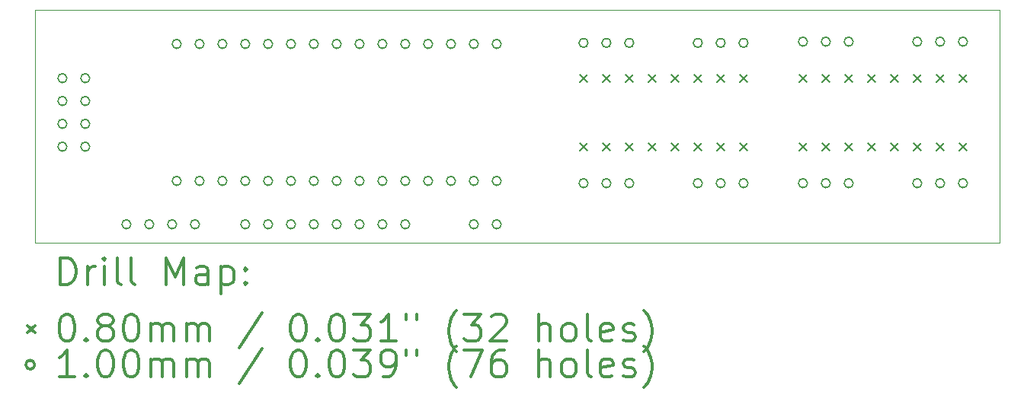
<source format=gbr>
%FSLAX45Y45*%
G04 Gerber Fmt 4.5, Leading zero omitted, Abs format (unit mm)*
G04 Created by KiCad (PCBNEW (5.1.6)-1) date 2020-11-13 23:51:01*
%MOMM*%
%LPD*%
G01*
G04 APERTURE LIST*
%TA.AperFunction,Profile*%
%ADD10C,0.050000*%
%TD*%
%ADD11C,0.200000*%
%ADD12C,0.300000*%
G04 APERTURE END LIST*
D10*
X2750820Y-4822952D02*
X2750820Y-2232152D01*
X13469620Y-4822952D02*
X2750820Y-4822952D01*
X13469620Y-4467352D02*
X13469620Y-4822952D01*
X13469620Y-2232152D02*
X13469620Y-4467352D01*
X2750820Y-2232152D02*
X13469620Y-2232152D01*
D11*
X8806820Y-2954152D02*
X8886820Y-3034152D01*
X8886820Y-2954152D02*
X8806820Y-3034152D01*
X8806820Y-3716152D02*
X8886820Y-3796152D01*
X8886820Y-3716152D02*
X8806820Y-3796152D01*
X9060820Y-2954152D02*
X9140820Y-3034152D01*
X9140820Y-2954152D02*
X9060820Y-3034152D01*
X9060820Y-3716152D02*
X9140820Y-3796152D01*
X9140820Y-3716152D02*
X9060820Y-3796152D01*
X9314820Y-2954152D02*
X9394820Y-3034152D01*
X9394820Y-2954152D02*
X9314820Y-3034152D01*
X9314820Y-3716152D02*
X9394820Y-3796152D01*
X9394820Y-3716152D02*
X9314820Y-3796152D01*
X9568820Y-2954152D02*
X9648820Y-3034152D01*
X9648820Y-2954152D02*
X9568820Y-3034152D01*
X9568820Y-3716152D02*
X9648820Y-3796152D01*
X9648820Y-3716152D02*
X9568820Y-3796152D01*
X9822820Y-2954152D02*
X9902820Y-3034152D01*
X9902820Y-2954152D02*
X9822820Y-3034152D01*
X9822820Y-3716152D02*
X9902820Y-3796152D01*
X9902820Y-3716152D02*
X9822820Y-3796152D01*
X10076820Y-2954152D02*
X10156820Y-3034152D01*
X10156820Y-2954152D02*
X10076820Y-3034152D01*
X10076820Y-3716152D02*
X10156820Y-3796152D01*
X10156820Y-3716152D02*
X10076820Y-3796152D01*
X10330820Y-2954152D02*
X10410820Y-3034152D01*
X10410820Y-2954152D02*
X10330820Y-3034152D01*
X10330820Y-3716152D02*
X10410820Y-3796152D01*
X10410820Y-3716152D02*
X10330820Y-3796152D01*
X10584820Y-2954152D02*
X10664820Y-3034152D01*
X10664820Y-2954152D02*
X10584820Y-3034152D01*
X10584820Y-3716152D02*
X10664820Y-3796152D01*
X10664820Y-3716152D02*
X10584820Y-3796152D01*
X11245220Y-2954152D02*
X11325220Y-3034152D01*
X11325220Y-2954152D02*
X11245220Y-3034152D01*
X11245220Y-3716152D02*
X11325220Y-3796152D01*
X11325220Y-3716152D02*
X11245220Y-3796152D01*
X11499220Y-2954152D02*
X11579220Y-3034152D01*
X11579220Y-2954152D02*
X11499220Y-3034152D01*
X11499220Y-3716152D02*
X11579220Y-3796152D01*
X11579220Y-3716152D02*
X11499220Y-3796152D01*
X11753220Y-2954152D02*
X11833220Y-3034152D01*
X11833220Y-2954152D02*
X11753220Y-3034152D01*
X11753220Y-3716152D02*
X11833220Y-3796152D01*
X11833220Y-3716152D02*
X11753220Y-3796152D01*
X12007220Y-2954152D02*
X12087220Y-3034152D01*
X12087220Y-2954152D02*
X12007220Y-3034152D01*
X12007220Y-3716152D02*
X12087220Y-3796152D01*
X12087220Y-3716152D02*
X12007220Y-3796152D01*
X12261220Y-2954152D02*
X12341220Y-3034152D01*
X12341220Y-2954152D02*
X12261220Y-3034152D01*
X12261220Y-3716152D02*
X12341220Y-3796152D01*
X12341220Y-3716152D02*
X12261220Y-3796152D01*
X12515220Y-2954152D02*
X12595220Y-3034152D01*
X12595220Y-2954152D02*
X12515220Y-3034152D01*
X12515220Y-3716152D02*
X12595220Y-3796152D01*
X12595220Y-3716152D02*
X12515220Y-3796152D01*
X12769220Y-2954152D02*
X12849220Y-3034152D01*
X12849220Y-2954152D02*
X12769220Y-3034152D01*
X12769220Y-3716152D02*
X12849220Y-3796152D01*
X12849220Y-3716152D02*
X12769220Y-3796152D01*
X13023220Y-2954152D02*
X13103220Y-3034152D01*
X13103220Y-2954152D02*
X13023220Y-3034152D01*
X13023220Y-3716152D02*
X13103220Y-3796152D01*
X13103220Y-3716152D02*
X13023220Y-3796152D01*
X5137620Y-4619752D02*
G75*
G03*
X5137620Y-4619752I-50000J0D01*
G01*
X5391620Y-4619752D02*
G75*
G03*
X5391620Y-4619752I-50000J0D01*
G01*
X5645620Y-4619752D02*
G75*
G03*
X5645620Y-4619752I-50000J0D01*
G01*
X5899620Y-4619752D02*
G75*
G03*
X5899620Y-4619752I-50000J0D01*
G01*
X6153620Y-4619752D02*
G75*
G03*
X6153620Y-4619752I-50000J0D01*
G01*
X6407620Y-4619752D02*
G75*
G03*
X6407620Y-4619752I-50000J0D01*
G01*
X6661620Y-4619752D02*
G75*
G03*
X6661620Y-4619752I-50000J0D01*
G01*
X6915620Y-4619752D02*
G75*
G03*
X6915620Y-4619752I-50000J0D01*
G01*
X8896820Y-2600452D02*
G75*
G03*
X8896820Y-2600452I-50000J0D01*
G01*
X9150820Y-2600452D02*
G75*
G03*
X9150820Y-2600452I-50000J0D01*
G01*
X9404820Y-2600452D02*
G75*
G03*
X9404820Y-2600452I-50000J0D01*
G01*
X10166820Y-4162552D02*
G75*
G03*
X10166820Y-4162552I-50000J0D01*
G01*
X10420820Y-4162552D02*
G75*
G03*
X10420820Y-4162552I-50000J0D01*
G01*
X10674820Y-4162552D02*
G75*
G03*
X10674820Y-4162552I-50000J0D01*
G01*
X7677620Y-4619752D02*
G75*
G03*
X7677620Y-4619752I-50000J0D01*
G01*
X7931620Y-4619752D02*
G75*
G03*
X7931620Y-4619752I-50000J0D01*
G01*
X8896820Y-4162552D02*
G75*
G03*
X8896820Y-4162552I-50000J0D01*
G01*
X9150820Y-4162552D02*
G75*
G03*
X9150820Y-4162552I-50000J0D01*
G01*
X9404820Y-4162552D02*
G75*
G03*
X9404820Y-4162552I-50000J0D01*
G01*
X12605220Y-2587752D02*
G75*
G03*
X12605220Y-2587752I-50000J0D01*
G01*
X12859220Y-2587752D02*
G75*
G03*
X12859220Y-2587752I-50000J0D01*
G01*
X13113220Y-2587752D02*
G75*
G03*
X13113220Y-2587752I-50000J0D01*
G01*
X11335220Y-4162552D02*
G75*
G03*
X11335220Y-4162552I-50000J0D01*
G01*
X11589220Y-4162552D02*
G75*
G03*
X11589220Y-4162552I-50000J0D01*
G01*
X11843220Y-4162552D02*
G75*
G03*
X11843220Y-4162552I-50000J0D01*
G01*
X4375620Y-2613152D02*
G75*
G03*
X4375620Y-2613152I-50000J0D01*
G01*
X4375620Y-4137152D02*
G75*
G03*
X4375620Y-4137152I-50000J0D01*
G01*
X4629620Y-2613152D02*
G75*
G03*
X4629620Y-2613152I-50000J0D01*
G01*
X4629620Y-4137152D02*
G75*
G03*
X4629620Y-4137152I-50000J0D01*
G01*
X4883620Y-2613152D02*
G75*
G03*
X4883620Y-2613152I-50000J0D01*
G01*
X4883620Y-4137152D02*
G75*
G03*
X4883620Y-4137152I-50000J0D01*
G01*
X5137620Y-2613152D02*
G75*
G03*
X5137620Y-2613152I-50000J0D01*
G01*
X5137620Y-4137152D02*
G75*
G03*
X5137620Y-4137152I-50000J0D01*
G01*
X5391620Y-2613152D02*
G75*
G03*
X5391620Y-2613152I-50000J0D01*
G01*
X5391620Y-4137152D02*
G75*
G03*
X5391620Y-4137152I-50000J0D01*
G01*
X5645620Y-2613152D02*
G75*
G03*
X5645620Y-2613152I-50000J0D01*
G01*
X5645620Y-4137152D02*
G75*
G03*
X5645620Y-4137152I-50000J0D01*
G01*
X5899620Y-2613152D02*
G75*
G03*
X5899620Y-2613152I-50000J0D01*
G01*
X5899620Y-4137152D02*
G75*
G03*
X5899620Y-4137152I-50000J0D01*
G01*
X6153620Y-2613152D02*
G75*
G03*
X6153620Y-2613152I-50000J0D01*
G01*
X6153620Y-4137152D02*
G75*
G03*
X6153620Y-4137152I-50000J0D01*
G01*
X6407620Y-2613152D02*
G75*
G03*
X6407620Y-2613152I-50000J0D01*
G01*
X6407620Y-4137152D02*
G75*
G03*
X6407620Y-4137152I-50000J0D01*
G01*
X6661620Y-2613152D02*
G75*
G03*
X6661620Y-2613152I-50000J0D01*
G01*
X6661620Y-4137152D02*
G75*
G03*
X6661620Y-4137152I-50000J0D01*
G01*
X6915620Y-2613152D02*
G75*
G03*
X6915620Y-2613152I-50000J0D01*
G01*
X6915620Y-4137152D02*
G75*
G03*
X6915620Y-4137152I-50000J0D01*
G01*
X7169620Y-2613152D02*
G75*
G03*
X7169620Y-2613152I-50000J0D01*
G01*
X7169620Y-4137152D02*
G75*
G03*
X7169620Y-4137152I-50000J0D01*
G01*
X7423620Y-2613152D02*
G75*
G03*
X7423620Y-2613152I-50000J0D01*
G01*
X7423620Y-4137152D02*
G75*
G03*
X7423620Y-4137152I-50000J0D01*
G01*
X7677620Y-2613152D02*
G75*
G03*
X7677620Y-2613152I-50000J0D01*
G01*
X7677620Y-4137152D02*
G75*
G03*
X7677620Y-4137152I-50000J0D01*
G01*
X7931620Y-2613152D02*
G75*
G03*
X7931620Y-2613152I-50000J0D01*
G01*
X7931620Y-4137152D02*
G75*
G03*
X7931620Y-4137152I-50000J0D01*
G01*
X11335220Y-2587752D02*
G75*
G03*
X11335220Y-2587752I-50000J0D01*
G01*
X11589220Y-2587752D02*
G75*
G03*
X11589220Y-2587752I-50000J0D01*
G01*
X11843220Y-2587752D02*
G75*
G03*
X11843220Y-2587752I-50000J0D01*
G01*
X3105620Y-2994152D02*
G75*
G03*
X3105620Y-2994152I-50000J0D01*
G01*
X3105620Y-3248152D02*
G75*
G03*
X3105620Y-3248152I-50000J0D01*
G01*
X3105620Y-3502152D02*
G75*
G03*
X3105620Y-3502152I-50000J0D01*
G01*
X3105620Y-3756152D02*
G75*
G03*
X3105620Y-3756152I-50000J0D01*
G01*
X3359620Y-2994152D02*
G75*
G03*
X3359620Y-2994152I-50000J0D01*
G01*
X3359620Y-3248152D02*
G75*
G03*
X3359620Y-3248152I-50000J0D01*
G01*
X3359620Y-3502152D02*
G75*
G03*
X3359620Y-3502152I-50000J0D01*
G01*
X3359620Y-3756152D02*
G75*
G03*
X3359620Y-3756152I-50000J0D01*
G01*
X12605220Y-4162552D02*
G75*
G03*
X12605220Y-4162552I-50000J0D01*
G01*
X12859220Y-4162552D02*
G75*
G03*
X12859220Y-4162552I-50000J0D01*
G01*
X13113220Y-4162552D02*
G75*
G03*
X13113220Y-4162552I-50000J0D01*
G01*
X3816820Y-4619752D02*
G75*
G03*
X3816820Y-4619752I-50000J0D01*
G01*
X4070820Y-4619752D02*
G75*
G03*
X4070820Y-4619752I-50000J0D01*
G01*
X4324820Y-4619752D02*
G75*
G03*
X4324820Y-4619752I-50000J0D01*
G01*
X4578820Y-4619752D02*
G75*
G03*
X4578820Y-4619752I-50000J0D01*
G01*
X10166820Y-2600452D02*
G75*
G03*
X10166820Y-2600452I-50000J0D01*
G01*
X10420820Y-2600452D02*
G75*
G03*
X10420820Y-2600452I-50000J0D01*
G01*
X10674820Y-2600452D02*
G75*
G03*
X10674820Y-2600452I-50000J0D01*
G01*
D12*
X3034748Y-5291166D02*
X3034748Y-4991166D01*
X3106177Y-4991166D01*
X3149034Y-5005452D01*
X3177606Y-5034024D01*
X3191891Y-5062595D01*
X3206177Y-5119738D01*
X3206177Y-5162595D01*
X3191891Y-5219738D01*
X3177606Y-5248309D01*
X3149034Y-5276881D01*
X3106177Y-5291166D01*
X3034748Y-5291166D01*
X3334748Y-5291166D02*
X3334748Y-5091166D01*
X3334748Y-5148309D02*
X3349034Y-5119738D01*
X3363320Y-5105452D01*
X3391891Y-5091166D01*
X3420463Y-5091166D01*
X3520463Y-5291166D02*
X3520463Y-5091166D01*
X3520463Y-4991166D02*
X3506177Y-5005452D01*
X3520463Y-5019738D01*
X3534748Y-5005452D01*
X3520463Y-4991166D01*
X3520463Y-5019738D01*
X3706177Y-5291166D02*
X3677606Y-5276881D01*
X3663320Y-5248309D01*
X3663320Y-4991166D01*
X3863320Y-5291166D02*
X3834748Y-5276881D01*
X3820463Y-5248309D01*
X3820463Y-4991166D01*
X4206177Y-5291166D02*
X4206177Y-4991166D01*
X4306177Y-5205452D01*
X4406177Y-4991166D01*
X4406177Y-5291166D01*
X4677606Y-5291166D02*
X4677606Y-5134024D01*
X4663320Y-5105452D01*
X4634748Y-5091166D01*
X4577606Y-5091166D01*
X4549034Y-5105452D01*
X4677606Y-5276881D02*
X4649034Y-5291166D01*
X4577606Y-5291166D01*
X4549034Y-5276881D01*
X4534748Y-5248309D01*
X4534748Y-5219738D01*
X4549034Y-5191166D01*
X4577606Y-5176881D01*
X4649034Y-5176881D01*
X4677606Y-5162595D01*
X4820463Y-5091166D02*
X4820463Y-5391166D01*
X4820463Y-5105452D02*
X4849034Y-5091166D01*
X4906177Y-5091166D01*
X4934748Y-5105452D01*
X4949034Y-5119738D01*
X4963320Y-5148309D01*
X4963320Y-5234024D01*
X4949034Y-5262595D01*
X4934748Y-5276881D01*
X4906177Y-5291166D01*
X4849034Y-5291166D01*
X4820463Y-5276881D01*
X5091891Y-5262595D02*
X5106177Y-5276881D01*
X5091891Y-5291166D01*
X5077606Y-5276881D01*
X5091891Y-5262595D01*
X5091891Y-5291166D01*
X5091891Y-5105452D02*
X5106177Y-5119738D01*
X5091891Y-5134024D01*
X5077606Y-5119738D01*
X5091891Y-5105452D01*
X5091891Y-5134024D01*
X2668320Y-5745452D02*
X2748320Y-5825452D01*
X2748320Y-5745452D02*
X2668320Y-5825452D01*
X3091891Y-5621166D02*
X3120463Y-5621166D01*
X3149034Y-5635452D01*
X3163320Y-5649738D01*
X3177606Y-5678309D01*
X3191891Y-5735452D01*
X3191891Y-5806881D01*
X3177606Y-5864023D01*
X3163320Y-5892595D01*
X3149034Y-5906881D01*
X3120463Y-5921166D01*
X3091891Y-5921166D01*
X3063320Y-5906881D01*
X3049034Y-5892595D01*
X3034748Y-5864023D01*
X3020463Y-5806881D01*
X3020463Y-5735452D01*
X3034748Y-5678309D01*
X3049034Y-5649738D01*
X3063320Y-5635452D01*
X3091891Y-5621166D01*
X3320463Y-5892595D02*
X3334748Y-5906881D01*
X3320463Y-5921166D01*
X3306177Y-5906881D01*
X3320463Y-5892595D01*
X3320463Y-5921166D01*
X3506177Y-5749738D02*
X3477606Y-5735452D01*
X3463320Y-5721166D01*
X3449034Y-5692595D01*
X3449034Y-5678309D01*
X3463320Y-5649738D01*
X3477606Y-5635452D01*
X3506177Y-5621166D01*
X3563320Y-5621166D01*
X3591891Y-5635452D01*
X3606177Y-5649738D01*
X3620463Y-5678309D01*
X3620463Y-5692595D01*
X3606177Y-5721166D01*
X3591891Y-5735452D01*
X3563320Y-5749738D01*
X3506177Y-5749738D01*
X3477606Y-5764023D01*
X3463320Y-5778309D01*
X3449034Y-5806881D01*
X3449034Y-5864023D01*
X3463320Y-5892595D01*
X3477606Y-5906881D01*
X3506177Y-5921166D01*
X3563320Y-5921166D01*
X3591891Y-5906881D01*
X3606177Y-5892595D01*
X3620463Y-5864023D01*
X3620463Y-5806881D01*
X3606177Y-5778309D01*
X3591891Y-5764023D01*
X3563320Y-5749738D01*
X3806177Y-5621166D02*
X3834748Y-5621166D01*
X3863320Y-5635452D01*
X3877606Y-5649738D01*
X3891891Y-5678309D01*
X3906177Y-5735452D01*
X3906177Y-5806881D01*
X3891891Y-5864023D01*
X3877606Y-5892595D01*
X3863320Y-5906881D01*
X3834748Y-5921166D01*
X3806177Y-5921166D01*
X3777606Y-5906881D01*
X3763320Y-5892595D01*
X3749034Y-5864023D01*
X3734748Y-5806881D01*
X3734748Y-5735452D01*
X3749034Y-5678309D01*
X3763320Y-5649738D01*
X3777606Y-5635452D01*
X3806177Y-5621166D01*
X4034748Y-5921166D02*
X4034748Y-5721166D01*
X4034748Y-5749738D02*
X4049034Y-5735452D01*
X4077606Y-5721166D01*
X4120463Y-5721166D01*
X4149034Y-5735452D01*
X4163320Y-5764023D01*
X4163320Y-5921166D01*
X4163320Y-5764023D02*
X4177606Y-5735452D01*
X4206177Y-5721166D01*
X4249034Y-5721166D01*
X4277606Y-5735452D01*
X4291891Y-5764023D01*
X4291891Y-5921166D01*
X4434748Y-5921166D02*
X4434748Y-5721166D01*
X4434748Y-5749738D02*
X4449034Y-5735452D01*
X4477606Y-5721166D01*
X4520463Y-5721166D01*
X4549034Y-5735452D01*
X4563320Y-5764023D01*
X4563320Y-5921166D01*
X4563320Y-5764023D02*
X4577606Y-5735452D01*
X4606177Y-5721166D01*
X4649034Y-5721166D01*
X4677606Y-5735452D01*
X4691891Y-5764023D01*
X4691891Y-5921166D01*
X5277606Y-5606881D02*
X5020463Y-5992595D01*
X5663320Y-5621166D02*
X5691891Y-5621166D01*
X5720463Y-5635452D01*
X5734748Y-5649738D01*
X5749034Y-5678309D01*
X5763320Y-5735452D01*
X5763320Y-5806881D01*
X5749034Y-5864023D01*
X5734748Y-5892595D01*
X5720463Y-5906881D01*
X5691891Y-5921166D01*
X5663320Y-5921166D01*
X5634748Y-5906881D01*
X5620463Y-5892595D01*
X5606177Y-5864023D01*
X5591891Y-5806881D01*
X5591891Y-5735452D01*
X5606177Y-5678309D01*
X5620463Y-5649738D01*
X5634748Y-5635452D01*
X5663320Y-5621166D01*
X5891891Y-5892595D02*
X5906177Y-5906881D01*
X5891891Y-5921166D01*
X5877606Y-5906881D01*
X5891891Y-5892595D01*
X5891891Y-5921166D01*
X6091891Y-5621166D02*
X6120463Y-5621166D01*
X6149034Y-5635452D01*
X6163320Y-5649738D01*
X6177606Y-5678309D01*
X6191891Y-5735452D01*
X6191891Y-5806881D01*
X6177606Y-5864023D01*
X6163320Y-5892595D01*
X6149034Y-5906881D01*
X6120463Y-5921166D01*
X6091891Y-5921166D01*
X6063320Y-5906881D01*
X6049034Y-5892595D01*
X6034748Y-5864023D01*
X6020463Y-5806881D01*
X6020463Y-5735452D01*
X6034748Y-5678309D01*
X6049034Y-5649738D01*
X6063320Y-5635452D01*
X6091891Y-5621166D01*
X6291891Y-5621166D02*
X6477606Y-5621166D01*
X6377606Y-5735452D01*
X6420463Y-5735452D01*
X6449034Y-5749738D01*
X6463320Y-5764023D01*
X6477606Y-5792595D01*
X6477606Y-5864023D01*
X6463320Y-5892595D01*
X6449034Y-5906881D01*
X6420463Y-5921166D01*
X6334748Y-5921166D01*
X6306177Y-5906881D01*
X6291891Y-5892595D01*
X6763320Y-5921166D02*
X6591891Y-5921166D01*
X6677606Y-5921166D02*
X6677606Y-5621166D01*
X6649034Y-5664023D01*
X6620463Y-5692595D01*
X6591891Y-5706881D01*
X6877606Y-5621166D02*
X6877606Y-5678309D01*
X6991891Y-5621166D02*
X6991891Y-5678309D01*
X7434748Y-6035452D02*
X7420463Y-6021166D01*
X7391891Y-5978309D01*
X7377606Y-5949738D01*
X7363320Y-5906881D01*
X7349034Y-5835452D01*
X7349034Y-5778309D01*
X7363320Y-5706881D01*
X7377606Y-5664023D01*
X7391891Y-5635452D01*
X7420463Y-5592595D01*
X7434748Y-5578309D01*
X7520463Y-5621166D02*
X7706177Y-5621166D01*
X7606177Y-5735452D01*
X7649034Y-5735452D01*
X7677606Y-5749738D01*
X7691891Y-5764023D01*
X7706177Y-5792595D01*
X7706177Y-5864023D01*
X7691891Y-5892595D01*
X7677606Y-5906881D01*
X7649034Y-5921166D01*
X7563320Y-5921166D01*
X7534748Y-5906881D01*
X7520463Y-5892595D01*
X7820463Y-5649738D02*
X7834748Y-5635452D01*
X7863320Y-5621166D01*
X7934748Y-5621166D01*
X7963320Y-5635452D01*
X7977606Y-5649738D01*
X7991891Y-5678309D01*
X7991891Y-5706881D01*
X7977606Y-5749738D01*
X7806177Y-5921166D01*
X7991891Y-5921166D01*
X8349034Y-5921166D02*
X8349034Y-5621166D01*
X8477606Y-5921166D02*
X8477606Y-5764023D01*
X8463320Y-5735452D01*
X8434748Y-5721166D01*
X8391891Y-5721166D01*
X8363320Y-5735452D01*
X8349034Y-5749738D01*
X8663320Y-5921166D02*
X8634748Y-5906881D01*
X8620463Y-5892595D01*
X8606177Y-5864023D01*
X8606177Y-5778309D01*
X8620463Y-5749738D01*
X8634748Y-5735452D01*
X8663320Y-5721166D01*
X8706177Y-5721166D01*
X8734748Y-5735452D01*
X8749034Y-5749738D01*
X8763320Y-5778309D01*
X8763320Y-5864023D01*
X8749034Y-5892595D01*
X8734748Y-5906881D01*
X8706177Y-5921166D01*
X8663320Y-5921166D01*
X8934748Y-5921166D02*
X8906177Y-5906881D01*
X8891891Y-5878309D01*
X8891891Y-5621166D01*
X9163320Y-5906881D02*
X9134748Y-5921166D01*
X9077606Y-5921166D01*
X9049034Y-5906881D01*
X9034748Y-5878309D01*
X9034748Y-5764023D01*
X9049034Y-5735452D01*
X9077606Y-5721166D01*
X9134748Y-5721166D01*
X9163320Y-5735452D01*
X9177606Y-5764023D01*
X9177606Y-5792595D01*
X9034748Y-5821166D01*
X9291891Y-5906881D02*
X9320463Y-5921166D01*
X9377606Y-5921166D01*
X9406177Y-5906881D01*
X9420463Y-5878309D01*
X9420463Y-5864023D01*
X9406177Y-5835452D01*
X9377606Y-5821166D01*
X9334748Y-5821166D01*
X9306177Y-5806881D01*
X9291891Y-5778309D01*
X9291891Y-5764023D01*
X9306177Y-5735452D01*
X9334748Y-5721166D01*
X9377606Y-5721166D01*
X9406177Y-5735452D01*
X9520463Y-6035452D02*
X9534748Y-6021166D01*
X9563320Y-5978309D01*
X9577606Y-5949738D01*
X9591891Y-5906881D01*
X9606177Y-5835452D01*
X9606177Y-5778309D01*
X9591891Y-5706881D01*
X9577606Y-5664023D01*
X9563320Y-5635452D01*
X9534748Y-5592595D01*
X9520463Y-5578309D01*
X2748320Y-6181452D02*
G75*
G03*
X2748320Y-6181452I-50000J0D01*
G01*
X3191891Y-6317166D02*
X3020463Y-6317166D01*
X3106177Y-6317166D02*
X3106177Y-6017166D01*
X3077606Y-6060023D01*
X3049034Y-6088595D01*
X3020463Y-6102881D01*
X3320463Y-6288595D02*
X3334748Y-6302881D01*
X3320463Y-6317166D01*
X3306177Y-6302881D01*
X3320463Y-6288595D01*
X3320463Y-6317166D01*
X3520463Y-6017166D02*
X3549034Y-6017166D01*
X3577606Y-6031452D01*
X3591891Y-6045738D01*
X3606177Y-6074309D01*
X3620463Y-6131452D01*
X3620463Y-6202881D01*
X3606177Y-6260023D01*
X3591891Y-6288595D01*
X3577606Y-6302881D01*
X3549034Y-6317166D01*
X3520463Y-6317166D01*
X3491891Y-6302881D01*
X3477606Y-6288595D01*
X3463320Y-6260023D01*
X3449034Y-6202881D01*
X3449034Y-6131452D01*
X3463320Y-6074309D01*
X3477606Y-6045738D01*
X3491891Y-6031452D01*
X3520463Y-6017166D01*
X3806177Y-6017166D02*
X3834748Y-6017166D01*
X3863320Y-6031452D01*
X3877606Y-6045738D01*
X3891891Y-6074309D01*
X3906177Y-6131452D01*
X3906177Y-6202881D01*
X3891891Y-6260023D01*
X3877606Y-6288595D01*
X3863320Y-6302881D01*
X3834748Y-6317166D01*
X3806177Y-6317166D01*
X3777606Y-6302881D01*
X3763320Y-6288595D01*
X3749034Y-6260023D01*
X3734748Y-6202881D01*
X3734748Y-6131452D01*
X3749034Y-6074309D01*
X3763320Y-6045738D01*
X3777606Y-6031452D01*
X3806177Y-6017166D01*
X4034748Y-6317166D02*
X4034748Y-6117166D01*
X4034748Y-6145738D02*
X4049034Y-6131452D01*
X4077606Y-6117166D01*
X4120463Y-6117166D01*
X4149034Y-6131452D01*
X4163320Y-6160023D01*
X4163320Y-6317166D01*
X4163320Y-6160023D02*
X4177606Y-6131452D01*
X4206177Y-6117166D01*
X4249034Y-6117166D01*
X4277606Y-6131452D01*
X4291891Y-6160023D01*
X4291891Y-6317166D01*
X4434748Y-6317166D02*
X4434748Y-6117166D01*
X4434748Y-6145738D02*
X4449034Y-6131452D01*
X4477606Y-6117166D01*
X4520463Y-6117166D01*
X4549034Y-6131452D01*
X4563320Y-6160023D01*
X4563320Y-6317166D01*
X4563320Y-6160023D02*
X4577606Y-6131452D01*
X4606177Y-6117166D01*
X4649034Y-6117166D01*
X4677606Y-6131452D01*
X4691891Y-6160023D01*
X4691891Y-6317166D01*
X5277606Y-6002881D02*
X5020463Y-6388595D01*
X5663320Y-6017166D02*
X5691891Y-6017166D01*
X5720463Y-6031452D01*
X5734748Y-6045738D01*
X5749034Y-6074309D01*
X5763320Y-6131452D01*
X5763320Y-6202881D01*
X5749034Y-6260023D01*
X5734748Y-6288595D01*
X5720463Y-6302881D01*
X5691891Y-6317166D01*
X5663320Y-6317166D01*
X5634748Y-6302881D01*
X5620463Y-6288595D01*
X5606177Y-6260023D01*
X5591891Y-6202881D01*
X5591891Y-6131452D01*
X5606177Y-6074309D01*
X5620463Y-6045738D01*
X5634748Y-6031452D01*
X5663320Y-6017166D01*
X5891891Y-6288595D02*
X5906177Y-6302881D01*
X5891891Y-6317166D01*
X5877606Y-6302881D01*
X5891891Y-6288595D01*
X5891891Y-6317166D01*
X6091891Y-6017166D02*
X6120463Y-6017166D01*
X6149034Y-6031452D01*
X6163320Y-6045738D01*
X6177606Y-6074309D01*
X6191891Y-6131452D01*
X6191891Y-6202881D01*
X6177606Y-6260023D01*
X6163320Y-6288595D01*
X6149034Y-6302881D01*
X6120463Y-6317166D01*
X6091891Y-6317166D01*
X6063320Y-6302881D01*
X6049034Y-6288595D01*
X6034748Y-6260023D01*
X6020463Y-6202881D01*
X6020463Y-6131452D01*
X6034748Y-6074309D01*
X6049034Y-6045738D01*
X6063320Y-6031452D01*
X6091891Y-6017166D01*
X6291891Y-6017166D02*
X6477606Y-6017166D01*
X6377606Y-6131452D01*
X6420463Y-6131452D01*
X6449034Y-6145738D01*
X6463320Y-6160023D01*
X6477606Y-6188595D01*
X6477606Y-6260023D01*
X6463320Y-6288595D01*
X6449034Y-6302881D01*
X6420463Y-6317166D01*
X6334748Y-6317166D01*
X6306177Y-6302881D01*
X6291891Y-6288595D01*
X6620463Y-6317166D02*
X6677606Y-6317166D01*
X6706177Y-6302881D01*
X6720463Y-6288595D01*
X6749034Y-6245738D01*
X6763320Y-6188595D01*
X6763320Y-6074309D01*
X6749034Y-6045738D01*
X6734748Y-6031452D01*
X6706177Y-6017166D01*
X6649034Y-6017166D01*
X6620463Y-6031452D01*
X6606177Y-6045738D01*
X6591891Y-6074309D01*
X6591891Y-6145738D01*
X6606177Y-6174309D01*
X6620463Y-6188595D01*
X6649034Y-6202881D01*
X6706177Y-6202881D01*
X6734748Y-6188595D01*
X6749034Y-6174309D01*
X6763320Y-6145738D01*
X6877606Y-6017166D02*
X6877606Y-6074309D01*
X6991891Y-6017166D02*
X6991891Y-6074309D01*
X7434748Y-6431452D02*
X7420463Y-6417166D01*
X7391891Y-6374309D01*
X7377606Y-6345738D01*
X7363320Y-6302881D01*
X7349034Y-6231452D01*
X7349034Y-6174309D01*
X7363320Y-6102881D01*
X7377606Y-6060023D01*
X7391891Y-6031452D01*
X7420463Y-5988595D01*
X7434748Y-5974309D01*
X7520463Y-6017166D02*
X7720463Y-6017166D01*
X7591891Y-6317166D01*
X7963320Y-6017166D02*
X7906177Y-6017166D01*
X7877606Y-6031452D01*
X7863320Y-6045738D01*
X7834748Y-6088595D01*
X7820463Y-6145738D01*
X7820463Y-6260023D01*
X7834748Y-6288595D01*
X7849034Y-6302881D01*
X7877606Y-6317166D01*
X7934748Y-6317166D01*
X7963320Y-6302881D01*
X7977606Y-6288595D01*
X7991891Y-6260023D01*
X7991891Y-6188595D01*
X7977606Y-6160023D01*
X7963320Y-6145738D01*
X7934748Y-6131452D01*
X7877606Y-6131452D01*
X7849034Y-6145738D01*
X7834748Y-6160023D01*
X7820463Y-6188595D01*
X8349034Y-6317166D02*
X8349034Y-6017166D01*
X8477606Y-6317166D02*
X8477606Y-6160023D01*
X8463320Y-6131452D01*
X8434748Y-6117166D01*
X8391891Y-6117166D01*
X8363320Y-6131452D01*
X8349034Y-6145738D01*
X8663320Y-6317166D02*
X8634748Y-6302881D01*
X8620463Y-6288595D01*
X8606177Y-6260023D01*
X8606177Y-6174309D01*
X8620463Y-6145738D01*
X8634748Y-6131452D01*
X8663320Y-6117166D01*
X8706177Y-6117166D01*
X8734748Y-6131452D01*
X8749034Y-6145738D01*
X8763320Y-6174309D01*
X8763320Y-6260023D01*
X8749034Y-6288595D01*
X8734748Y-6302881D01*
X8706177Y-6317166D01*
X8663320Y-6317166D01*
X8934748Y-6317166D02*
X8906177Y-6302881D01*
X8891891Y-6274309D01*
X8891891Y-6017166D01*
X9163320Y-6302881D02*
X9134748Y-6317166D01*
X9077606Y-6317166D01*
X9049034Y-6302881D01*
X9034748Y-6274309D01*
X9034748Y-6160023D01*
X9049034Y-6131452D01*
X9077606Y-6117166D01*
X9134748Y-6117166D01*
X9163320Y-6131452D01*
X9177606Y-6160023D01*
X9177606Y-6188595D01*
X9034748Y-6217166D01*
X9291891Y-6302881D02*
X9320463Y-6317166D01*
X9377606Y-6317166D01*
X9406177Y-6302881D01*
X9420463Y-6274309D01*
X9420463Y-6260023D01*
X9406177Y-6231452D01*
X9377606Y-6217166D01*
X9334748Y-6217166D01*
X9306177Y-6202881D01*
X9291891Y-6174309D01*
X9291891Y-6160023D01*
X9306177Y-6131452D01*
X9334748Y-6117166D01*
X9377606Y-6117166D01*
X9406177Y-6131452D01*
X9520463Y-6431452D02*
X9534748Y-6417166D01*
X9563320Y-6374309D01*
X9577606Y-6345738D01*
X9591891Y-6302881D01*
X9606177Y-6231452D01*
X9606177Y-6174309D01*
X9591891Y-6102881D01*
X9577606Y-6060023D01*
X9563320Y-6031452D01*
X9534748Y-5988595D01*
X9520463Y-5974309D01*
M02*

</source>
